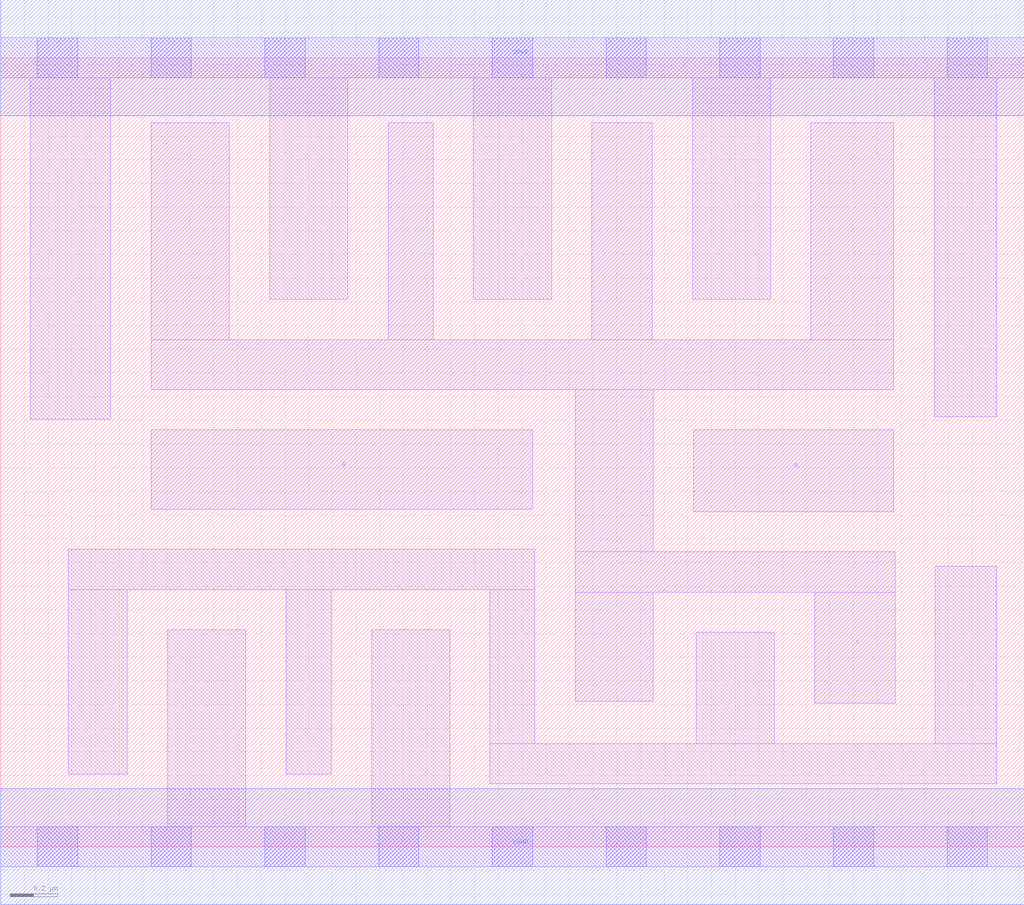
<source format=lef>
# Copyright 2020 The SkyWater PDK Authors
#
# Licensed under the Apache License, Version 2.0 (the "License");
# you may not use this file except in compliance with the License.
# You may obtain a copy of the License at
#
#     https://www.apache.org/licenses/LICENSE-2.0
#
# Unless required by applicable law or agreed to in writing, software
# distributed under the License is distributed on an "AS IS" BASIS,
# WITHOUT WARRANTIES OR CONDITIONS OF ANY KIND, either express or implied.
# See the License for the specific language governing permissions and
# limitations under the License.
#
# SPDX-License-Identifier: Apache-2.0

VERSION 5.7 ;
  NAMESCASESENSITIVE ON ;
  NOWIREEXTENSIONATPIN ON ;
  DIVIDERCHAR "/" ;
  BUSBITCHARS "[]" ;
UNITS
  DATABASE MICRONS 200 ;
END UNITS
MACRO sky130_fd_sc_lp__nand2_4
  CLASS CORE ;
  SOURCE USER ;
  FOREIGN sky130_fd_sc_lp__nand2_4 ;
  ORIGIN  0.000000  0.000000 ;
  SIZE  4.320000 BY  3.330000 ;
  SYMMETRY X Y R90 ;
  SITE unit ;
  PIN A
    ANTENNAGATEAREA  1.260000 ;
    DIRECTION INPUT ;
    USE SIGNAL ;
    PORT
      LAYER li1 ;
        RECT 2.925000 1.415000 3.770000 1.760000 ;
    END
  END A
  PIN B
    ANTENNAGATEAREA  1.260000 ;
    DIRECTION INPUT ;
    USE SIGNAL ;
    PORT
      LAYER li1 ;
        RECT 0.635000 1.425000 2.245000 1.760000 ;
    END
  END B
  PIN Y
    ANTENNADIFFAREA  1.881600 ;
    DIRECTION OUTPUT ;
    USE SIGNAL ;
    PORT
      LAYER li1 ;
        RECT 0.635000 1.930000 3.770000 2.140000 ;
        RECT 0.635000 2.140000 0.965000 3.055000 ;
        RECT 1.635000 2.140000 1.825000 3.055000 ;
        RECT 2.425000 0.615000 2.755000 1.075000 ;
        RECT 2.425000 1.075000 3.775000 1.245000 ;
        RECT 2.425000 1.245000 2.755000 1.930000 ;
        RECT 2.495000 2.140000 2.750000 3.055000 ;
        RECT 3.420000 2.140000 3.770000 3.055000 ;
        RECT 3.435000 0.605000 3.775000 1.075000 ;
    END
  END Y
  PIN VGND
    DIRECTION INOUT ;
    USE GROUND ;
    PORT
      LAYER met1 ;
        RECT 0.000000 -0.245000 4.320000 0.245000 ;
    END
  END VGND
  PIN VPWR
    DIRECTION INOUT ;
    USE POWER ;
    PORT
      LAYER met1 ;
        RECT 0.000000 3.085000 4.320000 3.575000 ;
    END
  END VPWR
  OBS
    LAYER li1 ;
      RECT 0.000000 -0.085000 4.320000 0.085000 ;
      RECT 0.000000  3.245000 4.320000 3.415000 ;
      RECT 0.125000  1.805000 0.465000 3.245000 ;
      RECT 0.285000  0.305000 0.535000 1.085000 ;
      RECT 0.285000  1.085000 2.255000 1.255000 ;
      RECT 0.705000  0.085000 1.035000 0.915000 ;
      RECT 1.135000  2.310000 1.465000 3.245000 ;
      RECT 1.205000  0.305000 1.395000 1.085000 ;
      RECT 1.565000  0.085000 1.895000 0.915000 ;
      RECT 1.995000  2.310000 2.325000 3.245000 ;
      RECT 2.065000  0.265000 4.205000 0.435000 ;
      RECT 2.065000  0.435000 2.255000 1.085000 ;
      RECT 2.920000  2.310000 3.250000 3.245000 ;
      RECT 2.935000  0.435000 3.265000 0.905000 ;
      RECT 3.940000  1.815000 4.205000 3.245000 ;
      RECT 3.945000  0.435000 4.205000 1.185000 ;
    LAYER mcon ;
      RECT 0.155000 -0.085000 0.325000 0.085000 ;
      RECT 0.155000  3.245000 0.325000 3.415000 ;
      RECT 0.635000 -0.085000 0.805000 0.085000 ;
      RECT 0.635000  3.245000 0.805000 3.415000 ;
      RECT 1.115000 -0.085000 1.285000 0.085000 ;
      RECT 1.115000  3.245000 1.285000 3.415000 ;
      RECT 1.595000 -0.085000 1.765000 0.085000 ;
      RECT 1.595000  3.245000 1.765000 3.415000 ;
      RECT 2.075000 -0.085000 2.245000 0.085000 ;
      RECT 2.075000  3.245000 2.245000 3.415000 ;
      RECT 2.555000 -0.085000 2.725000 0.085000 ;
      RECT 2.555000  3.245000 2.725000 3.415000 ;
      RECT 3.035000 -0.085000 3.205000 0.085000 ;
      RECT 3.035000  3.245000 3.205000 3.415000 ;
      RECT 3.515000 -0.085000 3.685000 0.085000 ;
      RECT 3.515000  3.245000 3.685000 3.415000 ;
      RECT 3.995000 -0.085000 4.165000 0.085000 ;
      RECT 3.995000  3.245000 4.165000 3.415000 ;
  END
END sky130_fd_sc_lp__nand2_4

</source>
